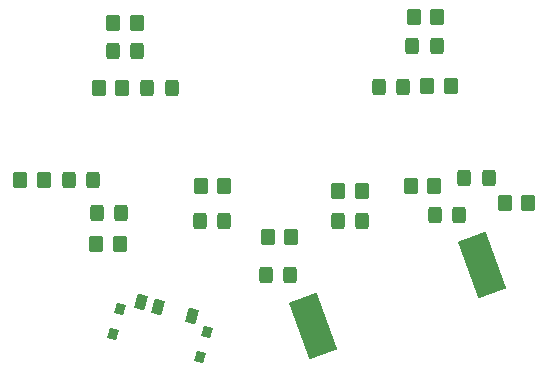
<source format=gbp>
G04 #@! TF.GenerationSoftware,KiCad,Pcbnew,7.0.1-0*
G04 #@! TF.CreationDate,2023-08-23T15:24:57+02:00*
G04 #@! TF.ProjectId,pumpkin,70756d70-6b69-46e2-9e6b-696361645f70,rev?*
G04 #@! TF.SameCoordinates,Original*
G04 #@! TF.FileFunction,Paste,Bot*
G04 #@! TF.FilePolarity,Positive*
%FSLAX46Y46*%
G04 Gerber Fmt 4.6, Leading zero omitted, Abs format (unit mm)*
G04 Created by KiCad (PCBNEW 7.0.1-0) date 2023-08-23 15:24:57*
%MOMM*%
%LPD*%
G01*
G04 APERTURE LIST*
G04 Aperture macros list*
%AMRoundRect*
0 Rectangle with rounded corners*
0 $1 Rounding radius*
0 $2 $3 $4 $5 $6 $7 $8 $9 X,Y pos of 4 corners*
0 Add a 4 corners polygon primitive as box body*
4,1,4,$2,$3,$4,$5,$6,$7,$8,$9,$2,$3,0*
0 Add four circle primitives for the rounded corners*
1,1,$1+$1,$2,$3*
1,1,$1+$1,$4,$5*
1,1,$1+$1,$6,$7*
1,1,$1+$1,$8,$9*
0 Add four rect primitives between the rounded corners*
20,1,$1+$1,$2,$3,$4,$5,0*
20,1,$1+$1,$4,$5,$6,$7,0*
20,1,$1+$1,$6,$7,$8,$9,0*
20,1,$1+$1,$8,$9,$2,$3,0*%
%AMRotRect*
0 Rectangle, with rotation*
0 The origin of the aperture is its center*
0 $1 length*
0 $2 width*
0 $3 Rotation angle, in degrees counterclockwise*
0 Add horizontal line*
21,1,$1,$2,0,0,$3*%
G04 Aperture macros list end*
%ADD10RoundRect,0.250000X0.325000X0.450000X-0.325000X0.450000X-0.325000X-0.450000X0.325000X-0.450000X0*%
%ADD11RotRect,0.900000X1.250000X165.000000*%
%ADD12RotRect,0.800000X0.900000X165.000000*%
%ADD13RoundRect,0.250000X0.350000X0.450000X-0.350000X0.450000X-0.350000X-0.450000X0.350000X-0.450000X0*%
%ADD14RotRect,2.500000X5.100000X200.000000*%
%ADD15RoundRect,0.250000X-0.350000X-0.450000X0.350000X-0.450000X0.350000X0.450000X-0.350000X0.450000X0*%
G04 APERTURE END LIST*
D10*
X160215000Y-103330000D03*
X158165000Y-103330000D03*
D11*
X137610383Y-111858047D03*
X134712605Y-111081590D03*
X133263716Y-110693361D03*
D12*
X138855219Y-113200994D03*
X138285817Y-115326031D03*
X130944781Y-113359006D03*
X131514183Y-111233969D03*
D10*
X158322500Y-89020000D03*
X156272500Y-89020000D03*
D13*
X158140000Y-100860000D03*
X156140000Y-100860000D03*
D10*
X145930000Y-108390000D03*
X143880000Y-108390000D03*
X129222500Y-100340000D03*
X127172500Y-100340000D03*
X131615000Y-103140000D03*
X129565000Y-103140000D03*
X162730000Y-100180000D03*
X160680000Y-100180000D03*
D13*
X125070000Y-100350000D03*
X123070000Y-100350000D03*
X131710000Y-92560000D03*
X129710000Y-92560000D03*
X166100000Y-102310000D03*
X164100000Y-102310000D03*
D14*
X162170000Y-107530000D03*
X147886672Y-112728706D03*
D13*
X131530000Y-105760000D03*
X129530000Y-105760000D03*
X152000000Y-101230000D03*
X150000000Y-101230000D03*
D15*
X157540000Y-92380000D03*
X159540000Y-92380000D03*
D10*
X135892500Y-92550000D03*
X133842500Y-92550000D03*
D13*
X158380000Y-86550000D03*
X156380000Y-86550000D03*
X146020000Y-105160000D03*
X144020000Y-105160000D03*
D10*
X132950000Y-89410000D03*
X130900000Y-89410000D03*
X155465000Y-92490000D03*
X153415000Y-92490000D03*
D13*
X132970000Y-87050000D03*
X130970000Y-87050000D03*
D10*
X152002500Y-103770000D03*
X149952500Y-103770000D03*
X140305000Y-103810000D03*
X138255000Y-103810000D03*
D13*
X140350000Y-100830000D03*
X138350000Y-100830000D03*
M02*

</source>
